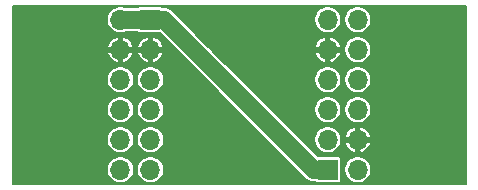
<source format=gbr>
%TF.GenerationSoftware,KiCad,Pcbnew,5.1.9+dfsg1-1~bpo10+1*%
%TF.CreationDate,2022-12-11T19:13:10+01:00*%
%TF.ProjectId,PI2PMODSPI,50493250-4d4f-4445-9350-492e6b696361,rev?*%
%TF.SameCoordinates,Original*%
%TF.FileFunction,Copper,L2,Bot*%
%TF.FilePolarity,Positive*%
%FSLAX46Y46*%
G04 Gerber Fmt 4.6, Leading zero omitted, Abs format (unit mm)*
G04 Created by KiCad (PCBNEW 5.1.9+dfsg1-1~bpo10+1) date 2022-12-11 19:13:10*
%MOMM*%
%LPD*%
G01*
G04 APERTURE LIST*
%TA.AperFunction,ComponentPad*%
%ADD10O,1.700000X1.700000*%
%TD*%
%TA.AperFunction,ComponentPad*%
%ADD11R,1.700000X1.700000*%
%TD*%
%TA.AperFunction,Conductor*%
%ADD12C,1.500000*%
%TD*%
%TA.AperFunction,Conductor*%
%ADD13C,0.200000*%
%TD*%
%TA.AperFunction,Conductor*%
%ADD14C,0.100000*%
%TD*%
G04 APERTURE END LIST*
D10*
%TO.P,J2,12*%
%TO.N,Net-(J2-Pad12)*%
X117540000Y-50000000D03*
%TO.P,J2,11*%
%TO.N,Net-(J2-Pad11)*%
X115000000Y-50000000D03*
%TO.P,J2,10*%
%TO.N,Net-(J2-Pad10)*%
X117540000Y-52540000D03*
%TO.P,J2,9*%
%TO.N,GND*%
X115000000Y-52540000D03*
%TO.P,J2,8*%
%TO.N,FLASH_CSn*%
X117540000Y-55080000D03*
%TO.P,J2,7*%
%TO.N,FLASH_SCLK*%
X115000000Y-55080000D03*
%TO.P,J2,6*%
%TO.N,Net-(J2-Pad6)*%
X117540000Y-57620000D03*
%TO.P,J2,5*%
%TO.N,FLASH_SIO1_SO*%
X115000000Y-57620000D03*
%TO.P,J2,4*%
%TO.N,GND*%
X117540000Y-60160000D03*
%TO.P,J2,3*%
%TO.N,FLASH_SIO0_SI*%
X115000000Y-60160000D03*
%TO.P,J2,2*%
%TO.N,Net-(J2-Pad2)*%
X117540000Y-62700000D03*
D11*
%TO.P,J2,1*%
%TO.N,+3V3*%
X115000000Y-62700000D03*
%TD*%
%TO.P,J1,1*%
%TO.N,+3V3*%
X100000000Y-50000000D03*
D10*
%TO.P,J1,2*%
X97460000Y-50000000D03*
%TO.P,J1,3*%
%TO.N,GND*%
X100000000Y-52540000D03*
%TO.P,J1,4*%
X97460000Y-52540000D03*
%TO.P,J1,5*%
%TO.N,Net-(J1-Pad5)*%
X100000000Y-55080000D03*
%TO.P,J1,6*%
%TO.N,Net-(J1-Pad6)*%
X97460000Y-55080000D03*
%TO.P,J1,7*%
%TO.N,FLASH_CSn*%
X100000000Y-57620000D03*
%TO.P,J1,8*%
%TO.N,FLASH_SIO3_HOLD*%
X97460000Y-57620000D03*
%TO.P,J1,9*%
%TO.N,FLASH_SIO1_SO*%
X100000000Y-60160000D03*
%TO.P,J1,10*%
%TO.N,FLASH_SCLK*%
X97460000Y-60160000D03*
%TO.P,J1,11*%
%TO.N,FLASH_SIO2_WP*%
X100000000Y-62700000D03*
%TO.P,J1,12*%
%TO.N,FLASH_SIO0_SI*%
X97460000Y-62700000D03*
%TD*%
D12*
%TO.N,+3V3*%
X97460000Y-50000000D02*
X100000000Y-50000000D01*
X115000000Y-62700000D02*
X113820000Y-62700000D01*
X101120000Y-50000000D02*
X100000000Y-50000000D01*
X113820000Y-62700000D02*
X101120000Y-50000000D01*
%TD*%
D13*
%TO.N,GND*%
X126675001Y-63937000D02*
X88325000Y-63937000D01*
X88325000Y-62586735D01*
X96310000Y-62586735D01*
X96310000Y-62813265D01*
X96354194Y-63035443D01*
X96440884Y-63244729D01*
X96566737Y-63433082D01*
X96726918Y-63593263D01*
X96915271Y-63719116D01*
X97124557Y-63805806D01*
X97346735Y-63850000D01*
X97573265Y-63850000D01*
X97795443Y-63805806D01*
X98004729Y-63719116D01*
X98193082Y-63593263D01*
X98353263Y-63433082D01*
X98479116Y-63244729D01*
X98565806Y-63035443D01*
X98610000Y-62813265D01*
X98610000Y-62586735D01*
X98850000Y-62586735D01*
X98850000Y-62813265D01*
X98894194Y-63035443D01*
X98980884Y-63244729D01*
X99106737Y-63433082D01*
X99266918Y-63593263D01*
X99455271Y-63719116D01*
X99664557Y-63805806D01*
X99886735Y-63850000D01*
X100113265Y-63850000D01*
X100335443Y-63805806D01*
X100544729Y-63719116D01*
X100733082Y-63593263D01*
X100893263Y-63433082D01*
X101019116Y-63244729D01*
X101105806Y-63035443D01*
X101150000Y-62813265D01*
X101150000Y-62586735D01*
X101105806Y-62364557D01*
X101019116Y-62155271D01*
X100893263Y-61966918D01*
X100733082Y-61806737D01*
X100544729Y-61680884D01*
X100335443Y-61594194D01*
X100113265Y-61550000D01*
X99886735Y-61550000D01*
X99664557Y-61594194D01*
X99455271Y-61680884D01*
X99266918Y-61806737D01*
X99106737Y-61966918D01*
X98980884Y-62155271D01*
X98894194Y-62364557D01*
X98850000Y-62586735D01*
X98610000Y-62586735D01*
X98565806Y-62364557D01*
X98479116Y-62155271D01*
X98353263Y-61966918D01*
X98193082Y-61806737D01*
X98004729Y-61680884D01*
X97795443Y-61594194D01*
X97573265Y-61550000D01*
X97346735Y-61550000D01*
X97124557Y-61594194D01*
X96915271Y-61680884D01*
X96726918Y-61806737D01*
X96566737Y-61966918D01*
X96440884Y-62155271D01*
X96354194Y-62364557D01*
X96310000Y-62586735D01*
X88325000Y-62586735D01*
X88325000Y-60046735D01*
X96310000Y-60046735D01*
X96310000Y-60273265D01*
X96354194Y-60495443D01*
X96440884Y-60704729D01*
X96566737Y-60893082D01*
X96726918Y-61053263D01*
X96915271Y-61179116D01*
X97124557Y-61265806D01*
X97346735Y-61310000D01*
X97573265Y-61310000D01*
X97795443Y-61265806D01*
X98004729Y-61179116D01*
X98193082Y-61053263D01*
X98353263Y-60893082D01*
X98479116Y-60704729D01*
X98565806Y-60495443D01*
X98610000Y-60273265D01*
X98610000Y-60046735D01*
X98850000Y-60046735D01*
X98850000Y-60273265D01*
X98894194Y-60495443D01*
X98980884Y-60704729D01*
X99106737Y-60893082D01*
X99266918Y-61053263D01*
X99455271Y-61179116D01*
X99664557Y-61265806D01*
X99886735Y-61310000D01*
X100113265Y-61310000D01*
X100335443Y-61265806D01*
X100544729Y-61179116D01*
X100733082Y-61053263D01*
X100893263Y-60893082D01*
X101019116Y-60704729D01*
X101105806Y-60495443D01*
X101150000Y-60273265D01*
X101150000Y-60046735D01*
X101105806Y-59824557D01*
X101019116Y-59615271D01*
X100893263Y-59426918D01*
X100733082Y-59266737D01*
X100544729Y-59140884D01*
X100335443Y-59054194D01*
X100113265Y-59010000D01*
X99886735Y-59010000D01*
X99664557Y-59054194D01*
X99455271Y-59140884D01*
X99266918Y-59266737D01*
X99106737Y-59426918D01*
X98980884Y-59615271D01*
X98894194Y-59824557D01*
X98850000Y-60046735D01*
X98610000Y-60046735D01*
X98565806Y-59824557D01*
X98479116Y-59615271D01*
X98353263Y-59426918D01*
X98193082Y-59266737D01*
X98004729Y-59140884D01*
X97795443Y-59054194D01*
X97573265Y-59010000D01*
X97346735Y-59010000D01*
X97124557Y-59054194D01*
X96915271Y-59140884D01*
X96726918Y-59266737D01*
X96566737Y-59426918D01*
X96440884Y-59615271D01*
X96354194Y-59824557D01*
X96310000Y-60046735D01*
X88325000Y-60046735D01*
X88325000Y-57506735D01*
X96310000Y-57506735D01*
X96310000Y-57733265D01*
X96354194Y-57955443D01*
X96440884Y-58164729D01*
X96566737Y-58353082D01*
X96726918Y-58513263D01*
X96915271Y-58639116D01*
X97124557Y-58725806D01*
X97346735Y-58770000D01*
X97573265Y-58770000D01*
X97795443Y-58725806D01*
X98004729Y-58639116D01*
X98193082Y-58513263D01*
X98353263Y-58353082D01*
X98479116Y-58164729D01*
X98565806Y-57955443D01*
X98610000Y-57733265D01*
X98610000Y-57506735D01*
X98850000Y-57506735D01*
X98850000Y-57733265D01*
X98894194Y-57955443D01*
X98980884Y-58164729D01*
X99106737Y-58353082D01*
X99266918Y-58513263D01*
X99455271Y-58639116D01*
X99664557Y-58725806D01*
X99886735Y-58770000D01*
X100113265Y-58770000D01*
X100335443Y-58725806D01*
X100544729Y-58639116D01*
X100733082Y-58513263D01*
X100893263Y-58353082D01*
X101019116Y-58164729D01*
X101105806Y-57955443D01*
X101150000Y-57733265D01*
X101150000Y-57506735D01*
X101105806Y-57284557D01*
X101019116Y-57075271D01*
X100893263Y-56886918D01*
X100733082Y-56726737D01*
X100544729Y-56600884D01*
X100335443Y-56514194D01*
X100113265Y-56470000D01*
X99886735Y-56470000D01*
X99664557Y-56514194D01*
X99455271Y-56600884D01*
X99266918Y-56726737D01*
X99106737Y-56886918D01*
X98980884Y-57075271D01*
X98894194Y-57284557D01*
X98850000Y-57506735D01*
X98610000Y-57506735D01*
X98565806Y-57284557D01*
X98479116Y-57075271D01*
X98353263Y-56886918D01*
X98193082Y-56726737D01*
X98004729Y-56600884D01*
X97795443Y-56514194D01*
X97573265Y-56470000D01*
X97346735Y-56470000D01*
X97124557Y-56514194D01*
X96915271Y-56600884D01*
X96726918Y-56726737D01*
X96566737Y-56886918D01*
X96440884Y-57075271D01*
X96354194Y-57284557D01*
X96310000Y-57506735D01*
X88325000Y-57506735D01*
X88325000Y-54966735D01*
X96310000Y-54966735D01*
X96310000Y-55193265D01*
X96354194Y-55415443D01*
X96440884Y-55624729D01*
X96566737Y-55813082D01*
X96726918Y-55973263D01*
X96915271Y-56099116D01*
X97124557Y-56185806D01*
X97346735Y-56230000D01*
X97573265Y-56230000D01*
X97795443Y-56185806D01*
X98004729Y-56099116D01*
X98193082Y-55973263D01*
X98353263Y-55813082D01*
X98479116Y-55624729D01*
X98565806Y-55415443D01*
X98610000Y-55193265D01*
X98610000Y-54966735D01*
X98850000Y-54966735D01*
X98850000Y-55193265D01*
X98894194Y-55415443D01*
X98980884Y-55624729D01*
X99106737Y-55813082D01*
X99266918Y-55973263D01*
X99455271Y-56099116D01*
X99664557Y-56185806D01*
X99886735Y-56230000D01*
X100113265Y-56230000D01*
X100335443Y-56185806D01*
X100544729Y-56099116D01*
X100733082Y-55973263D01*
X100893263Y-55813082D01*
X101019116Y-55624729D01*
X101105806Y-55415443D01*
X101150000Y-55193265D01*
X101150000Y-54966735D01*
X101105806Y-54744557D01*
X101019116Y-54535271D01*
X100893263Y-54346918D01*
X100733082Y-54186737D01*
X100544729Y-54060884D01*
X100335443Y-53974194D01*
X100113265Y-53930000D01*
X99886735Y-53930000D01*
X99664557Y-53974194D01*
X99455271Y-54060884D01*
X99266918Y-54186737D01*
X99106737Y-54346918D01*
X98980884Y-54535271D01*
X98894194Y-54744557D01*
X98850000Y-54966735D01*
X98610000Y-54966735D01*
X98565806Y-54744557D01*
X98479116Y-54535271D01*
X98353263Y-54346918D01*
X98193082Y-54186737D01*
X98004729Y-54060884D01*
X97795443Y-53974194D01*
X97573265Y-53930000D01*
X97346735Y-53930000D01*
X97124557Y-53974194D01*
X96915271Y-54060884D01*
X96726918Y-54186737D01*
X96566737Y-54346918D01*
X96440884Y-54535271D01*
X96354194Y-54744557D01*
X96310000Y-54966735D01*
X88325000Y-54966735D01*
X88325000Y-52870383D01*
X96358480Y-52870383D01*
X96360561Y-52877272D01*
X96447485Y-53085281D01*
X96573319Y-53272336D01*
X96733228Y-53431247D01*
X96921066Y-53555908D01*
X97129615Y-53641528D01*
X97306000Y-53604650D01*
X97306000Y-52694000D01*
X97614000Y-52694000D01*
X97614000Y-53604650D01*
X97790385Y-53641528D01*
X97998934Y-53555908D01*
X98186772Y-53431247D01*
X98346681Y-53272336D01*
X98472515Y-53085281D01*
X98559439Y-52877272D01*
X98561520Y-52870383D01*
X98898480Y-52870383D01*
X98900561Y-52877272D01*
X98987485Y-53085281D01*
X99113319Y-53272336D01*
X99273228Y-53431247D01*
X99461066Y-53555908D01*
X99669615Y-53641528D01*
X99846000Y-53604650D01*
X99846000Y-52694000D01*
X100154000Y-52694000D01*
X100154000Y-53604650D01*
X100330385Y-53641528D01*
X100538934Y-53555908D01*
X100726772Y-53431247D01*
X100886681Y-53272336D01*
X101012515Y-53085281D01*
X101099439Y-52877272D01*
X101101520Y-52870383D01*
X101063912Y-52694000D01*
X100154000Y-52694000D01*
X99846000Y-52694000D01*
X98936088Y-52694000D01*
X98898480Y-52870383D01*
X98561520Y-52870383D01*
X98523912Y-52694000D01*
X97614000Y-52694000D01*
X97306000Y-52694000D01*
X96396088Y-52694000D01*
X96358480Y-52870383D01*
X88325000Y-52870383D01*
X88325000Y-52209617D01*
X96358480Y-52209617D01*
X96396088Y-52386000D01*
X97306000Y-52386000D01*
X97306000Y-51475350D01*
X97614000Y-51475350D01*
X97614000Y-52386000D01*
X98523912Y-52386000D01*
X98561520Y-52209617D01*
X98898480Y-52209617D01*
X98936088Y-52386000D01*
X99846000Y-52386000D01*
X99846000Y-51475350D01*
X100154000Y-51475350D01*
X100154000Y-52386000D01*
X101063912Y-52386000D01*
X101101520Y-52209617D01*
X101099439Y-52202728D01*
X101012515Y-51994719D01*
X100886681Y-51807664D01*
X100726772Y-51648753D01*
X100538934Y-51524092D01*
X100330385Y-51438472D01*
X100154000Y-51475350D01*
X99846000Y-51475350D01*
X99669615Y-51438472D01*
X99461066Y-51524092D01*
X99273228Y-51648753D01*
X99113319Y-51807664D01*
X98987485Y-51994719D01*
X98900561Y-52202728D01*
X98898480Y-52209617D01*
X98561520Y-52209617D01*
X98559439Y-52202728D01*
X98472515Y-51994719D01*
X98346681Y-51807664D01*
X98186772Y-51648753D01*
X97998934Y-51524092D01*
X97790385Y-51438472D01*
X97614000Y-51475350D01*
X97306000Y-51475350D01*
X97129615Y-51438472D01*
X96921066Y-51524092D01*
X96733228Y-51648753D01*
X96573319Y-51807664D01*
X96447485Y-51994719D01*
X96360561Y-52202728D01*
X96358480Y-52209617D01*
X88325000Y-52209617D01*
X88325000Y-49886735D01*
X96310000Y-49886735D01*
X96310000Y-50113265D01*
X96354194Y-50335443D01*
X96440884Y-50544729D01*
X96566737Y-50733082D01*
X96726918Y-50893263D01*
X96915271Y-51019116D01*
X97124557Y-51105806D01*
X97346735Y-51150000D01*
X97573265Y-51150000D01*
X97795443Y-51105806D01*
X97930169Y-51050000D01*
X98926044Y-51050000D01*
X98936842Y-51063158D01*
X98982523Y-51100647D01*
X99034640Y-51128504D01*
X99091190Y-51145659D01*
X99150000Y-51151451D01*
X100786528Y-51151451D01*
X113041072Y-63405997D01*
X113073946Y-63446054D01*
X113114003Y-63478928D01*
X113114008Y-63478933D01*
X113200604Y-63550000D01*
X113233829Y-63577267D01*
X113416238Y-63674767D01*
X113614164Y-63734807D01*
X113768422Y-63750000D01*
X113768431Y-63750000D01*
X113819999Y-63755079D01*
X113871567Y-63750000D01*
X113926044Y-63750000D01*
X113936842Y-63763158D01*
X113982523Y-63800647D01*
X114034640Y-63828504D01*
X114091190Y-63845659D01*
X114150000Y-63851451D01*
X115850000Y-63851451D01*
X115908810Y-63845659D01*
X115965360Y-63828504D01*
X116017477Y-63800647D01*
X116063158Y-63763158D01*
X116100647Y-63717477D01*
X116128504Y-63665360D01*
X116145659Y-63608810D01*
X116151451Y-63550000D01*
X116151451Y-62586735D01*
X116390000Y-62586735D01*
X116390000Y-62813265D01*
X116434194Y-63035443D01*
X116520884Y-63244729D01*
X116646737Y-63433082D01*
X116806918Y-63593263D01*
X116995271Y-63719116D01*
X117204557Y-63805806D01*
X117426735Y-63850000D01*
X117653265Y-63850000D01*
X117875443Y-63805806D01*
X118084729Y-63719116D01*
X118273082Y-63593263D01*
X118433263Y-63433082D01*
X118559116Y-63244729D01*
X118645806Y-63035443D01*
X118690000Y-62813265D01*
X118690000Y-62586735D01*
X118645806Y-62364557D01*
X118559116Y-62155271D01*
X118433263Y-61966918D01*
X118273082Y-61806737D01*
X118084729Y-61680884D01*
X117875443Y-61594194D01*
X117653265Y-61550000D01*
X117426735Y-61550000D01*
X117204557Y-61594194D01*
X116995271Y-61680884D01*
X116806918Y-61806737D01*
X116646737Y-61966918D01*
X116520884Y-62155271D01*
X116434194Y-62364557D01*
X116390000Y-62586735D01*
X116151451Y-62586735D01*
X116151451Y-61850000D01*
X116145659Y-61791190D01*
X116128504Y-61734640D01*
X116100647Y-61682523D01*
X116063158Y-61636842D01*
X116017477Y-61599353D01*
X115965360Y-61571496D01*
X115908810Y-61554341D01*
X115850000Y-61548549D01*
X114153474Y-61548549D01*
X112651660Y-60046735D01*
X113850000Y-60046735D01*
X113850000Y-60273265D01*
X113894194Y-60495443D01*
X113980884Y-60704729D01*
X114106737Y-60893082D01*
X114266918Y-61053263D01*
X114455271Y-61179116D01*
X114664557Y-61265806D01*
X114886735Y-61310000D01*
X115113265Y-61310000D01*
X115335443Y-61265806D01*
X115544729Y-61179116D01*
X115733082Y-61053263D01*
X115893263Y-60893082D01*
X116019116Y-60704729D01*
X116105806Y-60495443D01*
X116106812Y-60490383D01*
X116438480Y-60490383D01*
X116440561Y-60497272D01*
X116527485Y-60705281D01*
X116653319Y-60892336D01*
X116813228Y-61051247D01*
X117001066Y-61175908D01*
X117209615Y-61261528D01*
X117386000Y-61224650D01*
X117386000Y-60314000D01*
X117694000Y-60314000D01*
X117694000Y-61224650D01*
X117870385Y-61261528D01*
X118078934Y-61175908D01*
X118266772Y-61051247D01*
X118426681Y-60892336D01*
X118552515Y-60705281D01*
X118639439Y-60497272D01*
X118641520Y-60490383D01*
X118603912Y-60314000D01*
X117694000Y-60314000D01*
X117386000Y-60314000D01*
X116476088Y-60314000D01*
X116438480Y-60490383D01*
X116106812Y-60490383D01*
X116150000Y-60273265D01*
X116150000Y-60046735D01*
X116106813Y-59829617D01*
X116438480Y-59829617D01*
X116476088Y-60006000D01*
X117386000Y-60006000D01*
X117386000Y-59095350D01*
X117694000Y-59095350D01*
X117694000Y-60006000D01*
X118603912Y-60006000D01*
X118641520Y-59829617D01*
X118639439Y-59822728D01*
X118552515Y-59614719D01*
X118426681Y-59427664D01*
X118266772Y-59268753D01*
X118078934Y-59144092D01*
X117870385Y-59058472D01*
X117694000Y-59095350D01*
X117386000Y-59095350D01*
X117209615Y-59058472D01*
X117001066Y-59144092D01*
X116813228Y-59268753D01*
X116653319Y-59427664D01*
X116527485Y-59614719D01*
X116440561Y-59822728D01*
X116438480Y-59829617D01*
X116106813Y-59829617D01*
X116105806Y-59824557D01*
X116019116Y-59615271D01*
X115893263Y-59426918D01*
X115733082Y-59266737D01*
X115544729Y-59140884D01*
X115335443Y-59054194D01*
X115113265Y-59010000D01*
X114886735Y-59010000D01*
X114664557Y-59054194D01*
X114455271Y-59140884D01*
X114266918Y-59266737D01*
X114106737Y-59426918D01*
X113980884Y-59615271D01*
X113894194Y-59824557D01*
X113850000Y-60046735D01*
X112651660Y-60046735D01*
X110111660Y-57506735D01*
X113850000Y-57506735D01*
X113850000Y-57733265D01*
X113894194Y-57955443D01*
X113980884Y-58164729D01*
X114106737Y-58353082D01*
X114266918Y-58513263D01*
X114455271Y-58639116D01*
X114664557Y-58725806D01*
X114886735Y-58770000D01*
X115113265Y-58770000D01*
X115335443Y-58725806D01*
X115544729Y-58639116D01*
X115733082Y-58513263D01*
X115893263Y-58353082D01*
X116019116Y-58164729D01*
X116105806Y-57955443D01*
X116150000Y-57733265D01*
X116150000Y-57506735D01*
X116390000Y-57506735D01*
X116390000Y-57733265D01*
X116434194Y-57955443D01*
X116520884Y-58164729D01*
X116646737Y-58353082D01*
X116806918Y-58513263D01*
X116995271Y-58639116D01*
X117204557Y-58725806D01*
X117426735Y-58770000D01*
X117653265Y-58770000D01*
X117875443Y-58725806D01*
X118084729Y-58639116D01*
X118273082Y-58513263D01*
X118433263Y-58353082D01*
X118559116Y-58164729D01*
X118645806Y-57955443D01*
X118690000Y-57733265D01*
X118690000Y-57506735D01*
X118645806Y-57284557D01*
X118559116Y-57075271D01*
X118433263Y-56886918D01*
X118273082Y-56726737D01*
X118084729Y-56600884D01*
X117875443Y-56514194D01*
X117653265Y-56470000D01*
X117426735Y-56470000D01*
X117204557Y-56514194D01*
X116995271Y-56600884D01*
X116806918Y-56726737D01*
X116646737Y-56886918D01*
X116520884Y-57075271D01*
X116434194Y-57284557D01*
X116390000Y-57506735D01*
X116150000Y-57506735D01*
X116105806Y-57284557D01*
X116019116Y-57075271D01*
X115893263Y-56886918D01*
X115733082Y-56726737D01*
X115544729Y-56600884D01*
X115335443Y-56514194D01*
X115113265Y-56470000D01*
X114886735Y-56470000D01*
X114664557Y-56514194D01*
X114455271Y-56600884D01*
X114266918Y-56726737D01*
X114106737Y-56886918D01*
X113980884Y-57075271D01*
X113894194Y-57284557D01*
X113850000Y-57506735D01*
X110111660Y-57506735D01*
X107571660Y-54966735D01*
X113850000Y-54966735D01*
X113850000Y-55193265D01*
X113894194Y-55415443D01*
X113980884Y-55624729D01*
X114106737Y-55813082D01*
X114266918Y-55973263D01*
X114455271Y-56099116D01*
X114664557Y-56185806D01*
X114886735Y-56230000D01*
X115113265Y-56230000D01*
X115335443Y-56185806D01*
X115544729Y-56099116D01*
X115733082Y-55973263D01*
X115893263Y-55813082D01*
X116019116Y-55624729D01*
X116105806Y-55415443D01*
X116150000Y-55193265D01*
X116150000Y-54966735D01*
X116390000Y-54966735D01*
X116390000Y-55193265D01*
X116434194Y-55415443D01*
X116520884Y-55624729D01*
X116646737Y-55813082D01*
X116806918Y-55973263D01*
X116995271Y-56099116D01*
X117204557Y-56185806D01*
X117426735Y-56230000D01*
X117653265Y-56230000D01*
X117875443Y-56185806D01*
X118084729Y-56099116D01*
X118273082Y-55973263D01*
X118433263Y-55813082D01*
X118559116Y-55624729D01*
X118645806Y-55415443D01*
X118690000Y-55193265D01*
X118690000Y-54966735D01*
X118645806Y-54744557D01*
X118559116Y-54535271D01*
X118433263Y-54346918D01*
X118273082Y-54186737D01*
X118084729Y-54060884D01*
X117875443Y-53974194D01*
X117653265Y-53930000D01*
X117426735Y-53930000D01*
X117204557Y-53974194D01*
X116995271Y-54060884D01*
X116806918Y-54186737D01*
X116646737Y-54346918D01*
X116520884Y-54535271D01*
X116434194Y-54744557D01*
X116390000Y-54966735D01*
X116150000Y-54966735D01*
X116105806Y-54744557D01*
X116019116Y-54535271D01*
X115893263Y-54346918D01*
X115733082Y-54186737D01*
X115544729Y-54060884D01*
X115335443Y-53974194D01*
X115113265Y-53930000D01*
X114886735Y-53930000D01*
X114664557Y-53974194D01*
X114455271Y-54060884D01*
X114266918Y-54186737D01*
X114106737Y-54346918D01*
X113980884Y-54535271D01*
X113894194Y-54744557D01*
X113850000Y-54966735D01*
X107571660Y-54966735D01*
X105475308Y-52870383D01*
X113898480Y-52870383D01*
X113900561Y-52877272D01*
X113987485Y-53085281D01*
X114113319Y-53272336D01*
X114273228Y-53431247D01*
X114461066Y-53555908D01*
X114669615Y-53641528D01*
X114846000Y-53604650D01*
X114846000Y-52694000D01*
X115154000Y-52694000D01*
X115154000Y-53604650D01*
X115330385Y-53641528D01*
X115538934Y-53555908D01*
X115726772Y-53431247D01*
X115886681Y-53272336D01*
X116012515Y-53085281D01*
X116099439Y-52877272D01*
X116101520Y-52870383D01*
X116063912Y-52694000D01*
X115154000Y-52694000D01*
X114846000Y-52694000D01*
X113936088Y-52694000D01*
X113898480Y-52870383D01*
X105475308Y-52870383D01*
X105031660Y-52426735D01*
X116390000Y-52426735D01*
X116390000Y-52653265D01*
X116434194Y-52875443D01*
X116520884Y-53084729D01*
X116646737Y-53273082D01*
X116806918Y-53433263D01*
X116995271Y-53559116D01*
X117204557Y-53645806D01*
X117426735Y-53690000D01*
X117653265Y-53690000D01*
X117875443Y-53645806D01*
X118084729Y-53559116D01*
X118273082Y-53433263D01*
X118433263Y-53273082D01*
X118559116Y-53084729D01*
X118645806Y-52875443D01*
X118690000Y-52653265D01*
X118690000Y-52426735D01*
X118645806Y-52204557D01*
X118559116Y-51995271D01*
X118433263Y-51806918D01*
X118273082Y-51646737D01*
X118084729Y-51520884D01*
X117875443Y-51434194D01*
X117653265Y-51390000D01*
X117426735Y-51390000D01*
X117204557Y-51434194D01*
X116995271Y-51520884D01*
X116806918Y-51646737D01*
X116646737Y-51806918D01*
X116520884Y-51995271D01*
X116434194Y-52204557D01*
X116390000Y-52426735D01*
X105031660Y-52426735D01*
X104814542Y-52209617D01*
X113898480Y-52209617D01*
X113936088Y-52386000D01*
X114846000Y-52386000D01*
X114846000Y-51475350D01*
X115154000Y-51475350D01*
X115154000Y-52386000D01*
X116063912Y-52386000D01*
X116101520Y-52209617D01*
X116099439Y-52202728D01*
X116012515Y-51994719D01*
X115886681Y-51807664D01*
X115726772Y-51648753D01*
X115538934Y-51524092D01*
X115330385Y-51438472D01*
X115154000Y-51475350D01*
X114846000Y-51475350D01*
X114669615Y-51438472D01*
X114461066Y-51524092D01*
X114273228Y-51648753D01*
X114113319Y-51807664D01*
X113987485Y-51994719D01*
X113900561Y-52202728D01*
X113898480Y-52209617D01*
X104814542Y-52209617D01*
X102491659Y-49886735D01*
X113850000Y-49886735D01*
X113850000Y-50113265D01*
X113894194Y-50335443D01*
X113980884Y-50544729D01*
X114106737Y-50733082D01*
X114266918Y-50893263D01*
X114455271Y-51019116D01*
X114664557Y-51105806D01*
X114886735Y-51150000D01*
X115113265Y-51150000D01*
X115335443Y-51105806D01*
X115544729Y-51019116D01*
X115733082Y-50893263D01*
X115893263Y-50733082D01*
X116019116Y-50544729D01*
X116105806Y-50335443D01*
X116150000Y-50113265D01*
X116150000Y-49886735D01*
X116390000Y-49886735D01*
X116390000Y-50113265D01*
X116434194Y-50335443D01*
X116520884Y-50544729D01*
X116646737Y-50733082D01*
X116806918Y-50893263D01*
X116995271Y-51019116D01*
X117204557Y-51105806D01*
X117426735Y-51150000D01*
X117653265Y-51150000D01*
X117875443Y-51105806D01*
X118084729Y-51019116D01*
X118273082Y-50893263D01*
X118433263Y-50733082D01*
X118559116Y-50544729D01*
X118645806Y-50335443D01*
X118690000Y-50113265D01*
X118690000Y-49886735D01*
X118645806Y-49664557D01*
X118559116Y-49455271D01*
X118433263Y-49266918D01*
X118273082Y-49106737D01*
X118084729Y-48980884D01*
X117875443Y-48894194D01*
X117653265Y-48850000D01*
X117426735Y-48850000D01*
X117204557Y-48894194D01*
X116995271Y-48980884D01*
X116806918Y-49106737D01*
X116646737Y-49266918D01*
X116520884Y-49455271D01*
X116434194Y-49664557D01*
X116390000Y-49886735D01*
X116150000Y-49886735D01*
X116105806Y-49664557D01*
X116019116Y-49455271D01*
X115893263Y-49266918D01*
X115733082Y-49106737D01*
X115544729Y-48980884D01*
X115335443Y-48894194D01*
X115113265Y-48850000D01*
X114886735Y-48850000D01*
X114664557Y-48894194D01*
X114455271Y-48980884D01*
X114266918Y-49106737D01*
X114106737Y-49266918D01*
X113980884Y-49455271D01*
X113894194Y-49664557D01*
X113850000Y-49886735D01*
X102491659Y-49886735D01*
X101898937Y-49294014D01*
X101866054Y-49253946D01*
X101706171Y-49122733D01*
X101523762Y-49025233D01*
X101325836Y-48965193D01*
X101171578Y-48950000D01*
X101171568Y-48950000D01*
X101120000Y-48944921D01*
X101073543Y-48949497D01*
X101063158Y-48936842D01*
X101017477Y-48899353D01*
X100965360Y-48871496D01*
X100908810Y-48854341D01*
X100850000Y-48848549D01*
X99150000Y-48848549D01*
X99091190Y-48854341D01*
X99034640Y-48871496D01*
X98982523Y-48899353D01*
X98936842Y-48936842D01*
X98926044Y-48950000D01*
X97930169Y-48950000D01*
X97795443Y-48894194D01*
X97573265Y-48850000D01*
X97346735Y-48850000D01*
X97124557Y-48894194D01*
X96915271Y-48980884D01*
X96726918Y-49106737D01*
X96566737Y-49266918D01*
X96440884Y-49455271D01*
X96354194Y-49664557D01*
X96310000Y-49886735D01*
X88325000Y-49886735D01*
X88325000Y-48839000D01*
X126675000Y-48839000D01*
X126675001Y-63937000D01*
%TA.AperFunction,Conductor*%
D14*
G36*
X126675001Y-63937000D02*
G01*
X88325000Y-63937000D01*
X88325000Y-62586735D01*
X96310000Y-62586735D01*
X96310000Y-62813265D01*
X96354194Y-63035443D01*
X96440884Y-63244729D01*
X96566737Y-63433082D01*
X96726918Y-63593263D01*
X96915271Y-63719116D01*
X97124557Y-63805806D01*
X97346735Y-63850000D01*
X97573265Y-63850000D01*
X97795443Y-63805806D01*
X98004729Y-63719116D01*
X98193082Y-63593263D01*
X98353263Y-63433082D01*
X98479116Y-63244729D01*
X98565806Y-63035443D01*
X98610000Y-62813265D01*
X98610000Y-62586735D01*
X98850000Y-62586735D01*
X98850000Y-62813265D01*
X98894194Y-63035443D01*
X98980884Y-63244729D01*
X99106737Y-63433082D01*
X99266918Y-63593263D01*
X99455271Y-63719116D01*
X99664557Y-63805806D01*
X99886735Y-63850000D01*
X100113265Y-63850000D01*
X100335443Y-63805806D01*
X100544729Y-63719116D01*
X100733082Y-63593263D01*
X100893263Y-63433082D01*
X101019116Y-63244729D01*
X101105806Y-63035443D01*
X101150000Y-62813265D01*
X101150000Y-62586735D01*
X101105806Y-62364557D01*
X101019116Y-62155271D01*
X100893263Y-61966918D01*
X100733082Y-61806737D01*
X100544729Y-61680884D01*
X100335443Y-61594194D01*
X100113265Y-61550000D01*
X99886735Y-61550000D01*
X99664557Y-61594194D01*
X99455271Y-61680884D01*
X99266918Y-61806737D01*
X99106737Y-61966918D01*
X98980884Y-62155271D01*
X98894194Y-62364557D01*
X98850000Y-62586735D01*
X98610000Y-62586735D01*
X98565806Y-62364557D01*
X98479116Y-62155271D01*
X98353263Y-61966918D01*
X98193082Y-61806737D01*
X98004729Y-61680884D01*
X97795443Y-61594194D01*
X97573265Y-61550000D01*
X97346735Y-61550000D01*
X97124557Y-61594194D01*
X96915271Y-61680884D01*
X96726918Y-61806737D01*
X96566737Y-61966918D01*
X96440884Y-62155271D01*
X96354194Y-62364557D01*
X96310000Y-62586735D01*
X88325000Y-62586735D01*
X88325000Y-60046735D01*
X96310000Y-60046735D01*
X96310000Y-60273265D01*
X96354194Y-60495443D01*
X96440884Y-60704729D01*
X96566737Y-60893082D01*
X96726918Y-61053263D01*
X96915271Y-61179116D01*
X97124557Y-61265806D01*
X97346735Y-61310000D01*
X97573265Y-61310000D01*
X97795443Y-61265806D01*
X98004729Y-61179116D01*
X98193082Y-61053263D01*
X98353263Y-60893082D01*
X98479116Y-60704729D01*
X98565806Y-60495443D01*
X98610000Y-60273265D01*
X98610000Y-60046735D01*
X98850000Y-60046735D01*
X98850000Y-60273265D01*
X98894194Y-60495443D01*
X98980884Y-60704729D01*
X99106737Y-60893082D01*
X99266918Y-61053263D01*
X99455271Y-61179116D01*
X99664557Y-61265806D01*
X99886735Y-61310000D01*
X100113265Y-61310000D01*
X100335443Y-61265806D01*
X100544729Y-61179116D01*
X100733082Y-61053263D01*
X100893263Y-60893082D01*
X101019116Y-60704729D01*
X101105806Y-60495443D01*
X101150000Y-60273265D01*
X101150000Y-60046735D01*
X101105806Y-59824557D01*
X101019116Y-59615271D01*
X100893263Y-59426918D01*
X100733082Y-59266737D01*
X100544729Y-59140884D01*
X100335443Y-59054194D01*
X100113265Y-59010000D01*
X99886735Y-59010000D01*
X99664557Y-59054194D01*
X99455271Y-59140884D01*
X99266918Y-59266737D01*
X99106737Y-59426918D01*
X98980884Y-59615271D01*
X98894194Y-59824557D01*
X98850000Y-60046735D01*
X98610000Y-60046735D01*
X98565806Y-59824557D01*
X98479116Y-59615271D01*
X98353263Y-59426918D01*
X98193082Y-59266737D01*
X98004729Y-59140884D01*
X97795443Y-59054194D01*
X97573265Y-59010000D01*
X97346735Y-59010000D01*
X97124557Y-59054194D01*
X96915271Y-59140884D01*
X96726918Y-59266737D01*
X96566737Y-59426918D01*
X96440884Y-59615271D01*
X96354194Y-59824557D01*
X96310000Y-60046735D01*
X88325000Y-60046735D01*
X88325000Y-57506735D01*
X96310000Y-57506735D01*
X96310000Y-57733265D01*
X96354194Y-57955443D01*
X96440884Y-58164729D01*
X96566737Y-58353082D01*
X96726918Y-58513263D01*
X96915271Y-58639116D01*
X97124557Y-58725806D01*
X97346735Y-58770000D01*
X97573265Y-58770000D01*
X97795443Y-58725806D01*
X98004729Y-58639116D01*
X98193082Y-58513263D01*
X98353263Y-58353082D01*
X98479116Y-58164729D01*
X98565806Y-57955443D01*
X98610000Y-57733265D01*
X98610000Y-57506735D01*
X98850000Y-57506735D01*
X98850000Y-57733265D01*
X98894194Y-57955443D01*
X98980884Y-58164729D01*
X99106737Y-58353082D01*
X99266918Y-58513263D01*
X99455271Y-58639116D01*
X99664557Y-58725806D01*
X99886735Y-58770000D01*
X100113265Y-58770000D01*
X100335443Y-58725806D01*
X100544729Y-58639116D01*
X100733082Y-58513263D01*
X100893263Y-58353082D01*
X101019116Y-58164729D01*
X101105806Y-57955443D01*
X101150000Y-57733265D01*
X101150000Y-57506735D01*
X101105806Y-57284557D01*
X101019116Y-57075271D01*
X100893263Y-56886918D01*
X100733082Y-56726737D01*
X100544729Y-56600884D01*
X100335443Y-56514194D01*
X100113265Y-56470000D01*
X99886735Y-56470000D01*
X99664557Y-56514194D01*
X99455271Y-56600884D01*
X99266918Y-56726737D01*
X99106737Y-56886918D01*
X98980884Y-57075271D01*
X98894194Y-57284557D01*
X98850000Y-57506735D01*
X98610000Y-57506735D01*
X98565806Y-57284557D01*
X98479116Y-57075271D01*
X98353263Y-56886918D01*
X98193082Y-56726737D01*
X98004729Y-56600884D01*
X97795443Y-56514194D01*
X97573265Y-56470000D01*
X97346735Y-56470000D01*
X97124557Y-56514194D01*
X96915271Y-56600884D01*
X96726918Y-56726737D01*
X96566737Y-56886918D01*
X96440884Y-57075271D01*
X96354194Y-57284557D01*
X96310000Y-57506735D01*
X88325000Y-57506735D01*
X88325000Y-54966735D01*
X96310000Y-54966735D01*
X96310000Y-55193265D01*
X96354194Y-55415443D01*
X96440884Y-55624729D01*
X96566737Y-55813082D01*
X96726918Y-55973263D01*
X96915271Y-56099116D01*
X97124557Y-56185806D01*
X97346735Y-56230000D01*
X97573265Y-56230000D01*
X97795443Y-56185806D01*
X98004729Y-56099116D01*
X98193082Y-55973263D01*
X98353263Y-55813082D01*
X98479116Y-55624729D01*
X98565806Y-55415443D01*
X98610000Y-55193265D01*
X98610000Y-54966735D01*
X98850000Y-54966735D01*
X98850000Y-55193265D01*
X98894194Y-55415443D01*
X98980884Y-55624729D01*
X99106737Y-55813082D01*
X99266918Y-55973263D01*
X99455271Y-56099116D01*
X99664557Y-56185806D01*
X99886735Y-56230000D01*
X100113265Y-56230000D01*
X100335443Y-56185806D01*
X100544729Y-56099116D01*
X100733082Y-55973263D01*
X100893263Y-55813082D01*
X101019116Y-55624729D01*
X101105806Y-55415443D01*
X101150000Y-55193265D01*
X101150000Y-54966735D01*
X101105806Y-54744557D01*
X101019116Y-54535271D01*
X100893263Y-54346918D01*
X100733082Y-54186737D01*
X100544729Y-54060884D01*
X100335443Y-53974194D01*
X100113265Y-53930000D01*
X99886735Y-53930000D01*
X99664557Y-53974194D01*
X99455271Y-54060884D01*
X99266918Y-54186737D01*
X99106737Y-54346918D01*
X98980884Y-54535271D01*
X98894194Y-54744557D01*
X98850000Y-54966735D01*
X98610000Y-54966735D01*
X98565806Y-54744557D01*
X98479116Y-54535271D01*
X98353263Y-54346918D01*
X98193082Y-54186737D01*
X98004729Y-54060884D01*
X97795443Y-53974194D01*
X97573265Y-53930000D01*
X97346735Y-53930000D01*
X97124557Y-53974194D01*
X96915271Y-54060884D01*
X96726918Y-54186737D01*
X96566737Y-54346918D01*
X96440884Y-54535271D01*
X96354194Y-54744557D01*
X96310000Y-54966735D01*
X88325000Y-54966735D01*
X88325000Y-52870383D01*
X96358480Y-52870383D01*
X96360561Y-52877272D01*
X96447485Y-53085281D01*
X96573319Y-53272336D01*
X96733228Y-53431247D01*
X96921066Y-53555908D01*
X97129615Y-53641528D01*
X97306000Y-53604650D01*
X97306000Y-52694000D01*
X97614000Y-52694000D01*
X97614000Y-53604650D01*
X97790385Y-53641528D01*
X97998934Y-53555908D01*
X98186772Y-53431247D01*
X98346681Y-53272336D01*
X98472515Y-53085281D01*
X98559439Y-52877272D01*
X98561520Y-52870383D01*
X98898480Y-52870383D01*
X98900561Y-52877272D01*
X98987485Y-53085281D01*
X99113319Y-53272336D01*
X99273228Y-53431247D01*
X99461066Y-53555908D01*
X99669615Y-53641528D01*
X99846000Y-53604650D01*
X99846000Y-52694000D01*
X100154000Y-52694000D01*
X100154000Y-53604650D01*
X100330385Y-53641528D01*
X100538934Y-53555908D01*
X100726772Y-53431247D01*
X100886681Y-53272336D01*
X101012515Y-53085281D01*
X101099439Y-52877272D01*
X101101520Y-52870383D01*
X101063912Y-52694000D01*
X100154000Y-52694000D01*
X99846000Y-52694000D01*
X98936088Y-52694000D01*
X98898480Y-52870383D01*
X98561520Y-52870383D01*
X98523912Y-52694000D01*
X97614000Y-52694000D01*
X97306000Y-52694000D01*
X96396088Y-52694000D01*
X96358480Y-52870383D01*
X88325000Y-52870383D01*
X88325000Y-52209617D01*
X96358480Y-52209617D01*
X96396088Y-52386000D01*
X97306000Y-52386000D01*
X97306000Y-51475350D01*
X97614000Y-51475350D01*
X97614000Y-52386000D01*
X98523912Y-52386000D01*
X98561520Y-52209617D01*
X98898480Y-52209617D01*
X98936088Y-52386000D01*
X99846000Y-52386000D01*
X99846000Y-51475350D01*
X100154000Y-51475350D01*
X100154000Y-52386000D01*
X101063912Y-52386000D01*
X101101520Y-52209617D01*
X101099439Y-52202728D01*
X101012515Y-51994719D01*
X100886681Y-51807664D01*
X100726772Y-51648753D01*
X100538934Y-51524092D01*
X100330385Y-51438472D01*
X100154000Y-51475350D01*
X99846000Y-51475350D01*
X99669615Y-51438472D01*
X99461066Y-51524092D01*
X99273228Y-51648753D01*
X99113319Y-51807664D01*
X98987485Y-51994719D01*
X98900561Y-52202728D01*
X98898480Y-52209617D01*
X98561520Y-52209617D01*
X98559439Y-52202728D01*
X98472515Y-51994719D01*
X98346681Y-51807664D01*
X98186772Y-51648753D01*
X97998934Y-51524092D01*
X97790385Y-51438472D01*
X97614000Y-51475350D01*
X97306000Y-51475350D01*
X97129615Y-51438472D01*
X96921066Y-51524092D01*
X96733228Y-51648753D01*
X96573319Y-51807664D01*
X96447485Y-51994719D01*
X96360561Y-52202728D01*
X96358480Y-52209617D01*
X88325000Y-52209617D01*
X88325000Y-49886735D01*
X96310000Y-49886735D01*
X96310000Y-50113265D01*
X96354194Y-50335443D01*
X96440884Y-50544729D01*
X96566737Y-50733082D01*
X96726918Y-50893263D01*
X96915271Y-51019116D01*
X97124557Y-51105806D01*
X97346735Y-51150000D01*
X97573265Y-51150000D01*
X97795443Y-51105806D01*
X97930169Y-51050000D01*
X98926044Y-51050000D01*
X98936842Y-51063158D01*
X98982523Y-51100647D01*
X99034640Y-51128504D01*
X99091190Y-51145659D01*
X99150000Y-51151451D01*
X100786528Y-51151451D01*
X113041072Y-63405997D01*
X113073946Y-63446054D01*
X113114003Y-63478928D01*
X113114008Y-63478933D01*
X113200604Y-63550000D01*
X113233829Y-63577267D01*
X113416238Y-63674767D01*
X113614164Y-63734807D01*
X113768422Y-63750000D01*
X113768431Y-63750000D01*
X113819999Y-63755079D01*
X113871567Y-63750000D01*
X113926044Y-63750000D01*
X113936842Y-63763158D01*
X113982523Y-63800647D01*
X114034640Y-63828504D01*
X114091190Y-63845659D01*
X114150000Y-63851451D01*
X115850000Y-63851451D01*
X115908810Y-63845659D01*
X115965360Y-63828504D01*
X116017477Y-63800647D01*
X116063158Y-63763158D01*
X116100647Y-63717477D01*
X116128504Y-63665360D01*
X116145659Y-63608810D01*
X116151451Y-63550000D01*
X116151451Y-62586735D01*
X116390000Y-62586735D01*
X116390000Y-62813265D01*
X116434194Y-63035443D01*
X116520884Y-63244729D01*
X116646737Y-63433082D01*
X116806918Y-63593263D01*
X116995271Y-63719116D01*
X117204557Y-63805806D01*
X117426735Y-63850000D01*
X117653265Y-63850000D01*
X117875443Y-63805806D01*
X118084729Y-63719116D01*
X118273082Y-63593263D01*
X118433263Y-63433082D01*
X118559116Y-63244729D01*
X118645806Y-63035443D01*
X118690000Y-62813265D01*
X118690000Y-62586735D01*
X118645806Y-62364557D01*
X118559116Y-62155271D01*
X118433263Y-61966918D01*
X118273082Y-61806737D01*
X118084729Y-61680884D01*
X117875443Y-61594194D01*
X117653265Y-61550000D01*
X117426735Y-61550000D01*
X117204557Y-61594194D01*
X116995271Y-61680884D01*
X116806918Y-61806737D01*
X116646737Y-61966918D01*
X116520884Y-62155271D01*
X116434194Y-62364557D01*
X116390000Y-62586735D01*
X116151451Y-62586735D01*
X116151451Y-61850000D01*
X116145659Y-61791190D01*
X116128504Y-61734640D01*
X116100647Y-61682523D01*
X116063158Y-61636842D01*
X116017477Y-61599353D01*
X115965360Y-61571496D01*
X115908810Y-61554341D01*
X115850000Y-61548549D01*
X114153474Y-61548549D01*
X112651660Y-60046735D01*
X113850000Y-60046735D01*
X113850000Y-60273265D01*
X113894194Y-60495443D01*
X113980884Y-60704729D01*
X114106737Y-60893082D01*
X114266918Y-61053263D01*
X114455271Y-61179116D01*
X114664557Y-61265806D01*
X114886735Y-61310000D01*
X115113265Y-61310000D01*
X115335443Y-61265806D01*
X115544729Y-61179116D01*
X115733082Y-61053263D01*
X115893263Y-60893082D01*
X116019116Y-60704729D01*
X116105806Y-60495443D01*
X116106812Y-60490383D01*
X116438480Y-60490383D01*
X116440561Y-60497272D01*
X116527485Y-60705281D01*
X116653319Y-60892336D01*
X116813228Y-61051247D01*
X117001066Y-61175908D01*
X117209615Y-61261528D01*
X117386000Y-61224650D01*
X117386000Y-60314000D01*
X117694000Y-60314000D01*
X117694000Y-61224650D01*
X117870385Y-61261528D01*
X118078934Y-61175908D01*
X118266772Y-61051247D01*
X118426681Y-60892336D01*
X118552515Y-60705281D01*
X118639439Y-60497272D01*
X118641520Y-60490383D01*
X118603912Y-60314000D01*
X117694000Y-60314000D01*
X117386000Y-60314000D01*
X116476088Y-60314000D01*
X116438480Y-60490383D01*
X116106812Y-60490383D01*
X116150000Y-60273265D01*
X116150000Y-60046735D01*
X116106813Y-59829617D01*
X116438480Y-59829617D01*
X116476088Y-60006000D01*
X117386000Y-60006000D01*
X117386000Y-59095350D01*
X117694000Y-59095350D01*
X117694000Y-60006000D01*
X118603912Y-60006000D01*
X118641520Y-59829617D01*
X118639439Y-59822728D01*
X118552515Y-59614719D01*
X118426681Y-59427664D01*
X118266772Y-59268753D01*
X118078934Y-59144092D01*
X117870385Y-59058472D01*
X117694000Y-59095350D01*
X117386000Y-59095350D01*
X117209615Y-59058472D01*
X117001066Y-59144092D01*
X116813228Y-59268753D01*
X116653319Y-59427664D01*
X116527485Y-59614719D01*
X116440561Y-59822728D01*
X116438480Y-59829617D01*
X116106813Y-59829617D01*
X116105806Y-59824557D01*
X116019116Y-59615271D01*
X115893263Y-59426918D01*
X115733082Y-59266737D01*
X115544729Y-59140884D01*
X115335443Y-59054194D01*
X115113265Y-59010000D01*
X114886735Y-59010000D01*
X114664557Y-59054194D01*
X114455271Y-59140884D01*
X114266918Y-59266737D01*
X114106737Y-59426918D01*
X113980884Y-59615271D01*
X113894194Y-59824557D01*
X113850000Y-60046735D01*
X112651660Y-60046735D01*
X110111660Y-57506735D01*
X113850000Y-57506735D01*
X113850000Y-57733265D01*
X113894194Y-57955443D01*
X113980884Y-58164729D01*
X114106737Y-58353082D01*
X114266918Y-58513263D01*
X114455271Y-58639116D01*
X114664557Y-58725806D01*
X114886735Y-58770000D01*
X115113265Y-58770000D01*
X115335443Y-58725806D01*
X115544729Y-58639116D01*
X115733082Y-58513263D01*
X115893263Y-58353082D01*
X116019116Y-58164729D01*
X116105806Y-57955443D01*
X116150000Y-57733265D01*
X116150000Y-57506735D01*
X116390000Y-57506735D01*
X116390000Y-57733265D01*
X116434194Y-57955443D01*
X116520884Y-58164729D01*
X116646737Y-58353082D01*
X116806918Y-58513263D01*
X116995271Y-58639116D01*
X117204557Y-58725806D01*
X117426735Y-58770000D01*
X117653265Y-58770000D01*
X117875443Y-58725806D01*
X118084729Y-58639116D01*
X118273082Y-58513263D01*
X118433263Y-58353082D01*
X118559116Y-58164729D01*
X118645806Y-57955443D01*
X118690000Y-57733265D01*
X118690000Y-57506735D01*
X118645806Y-57284557D01*
X118559116Y-57075271D01*
X118433263Y-56886918D01*
X118273082Y-56726737D01*
X118084729Y-56600884D01*
X117875443Y-56514194D01*
X117653265Y-56470000D01*
X117426735Y-56470000D01*
X117204557Y-56514194D01*
X116995271Y-56600884D01*
X116806918Y-56726737D01*
X116646737Y-56886918D01*
X116520884Y-57075271D01*
X116434194Y-57284557D01*
X116390000Y-57506735D01*
X116150000Y-57506735D01*
X116105806Y-57284557D01*
X116019116Y-57075271D01*
X115893263Y-56886918D01*
X115733082Y-56726737D01*
X115544729Y-56600884D01*
X115335443Y-56514194D01*
X115113265Y-56470000D01*
X114886735Y-56470000D01*
X114664557Y-56514194D01*
X114455271Y-56600884D01*
X114266918Y-56726737D01*
X114106737Y-56886918D01*
X113980884Y-57075271D01*
X113894194Y-57284557D01*
X113850000Y-57506735D01*
X110111660Y-57506735D01*
X107571660Y-54966735D01*
X113850000Y-54966735D01*
X113850000Y-55193265D01*
X113894194Y-55415443D01*
X113980884Y-55624729D01*
X114106737Y-55813082D01*
X114266918Y-55973263D01*
X114455271Y-56099116D01*
X114664557Y-56185806D01*
X114886735Y-56230000D01*
X115113265Y-56230000D01*
X115335443Y-56185806D01*
X115544729Y-56099116D01*
X115733082Y-55973263D01*
X115893263Y-55813082D01*
X116019116Y-55624729D01*
X116105806Y-55415443D01*
X116150000Y-55193265D01*
X116150000Y-54966735D01*
X116390000Y-54966735D01*
X116390000Y-55193265D01*
X116434194Y-55415443D01*
X116520884Y-55624729D01*
X116646737Y-55813082D01*
X116806918Y-55973263D01*
X116995271Y-56099116D01*
X117204557Y-56185806D01*
X117426735Y-56230000D01*
X117653265Y-56230000D01*
X117875443Y-56185806D01*
X118084729Y-56099116D01*
X118273082Y-55973263D01*
X118433263Y-55813082D01*
X118559116Y-55624729D01*
X118645806Y-55415443D01*
X118690000Y-55193265D01*
X118690000Y-54966735D01*
X118645806Y-54744557D01*
X118559116Y-54535271D01*
X118433263Y-54346918D01*
X118273082Y-54186737D01*
X118084729Y-54060884D01*
X117875443Y-53974194D01*
X117653265Y-53930000D01*
X117426735Y-53930000D01*
X117204557Y-53974194D01*
X116995271Y-54060884D01*
X116806918Y-54186737D01*
X116646737Y-54346918D01*
X116520884Y-54535271D01*
X116434194Y-54744557D01*
X116390000Y-54966735D01*
X116150000Y-54966735D01*
X116105806Y-54744557D01*
X116019116Y-54535271D01*
X115893263Y-54346918D01*
X115733082Y-54186737D01*
X115544729Y-54060884D01*
X115335443Y-53974194D01*
X115113265Y-53930000D01*
X114886735Y-53930000D01*
X114664557Y-53974194D01*
X114455271Y-54060884D01*
X114266918Y-54186737D01*
X114106737Y-54346918D01*
X113980884Y-54535271D01*
X113894194Y-54744557D01*
X113850000Y-54966735D01*
X107571660Y-54966735D01*
X105475308Y-52870383D01*
X113898480Y-52870383D01*
X113900561Y-52877272D01*
X113987485Y-53085281D01*
X114113319Y-53272336D01*
X114273228Y-53431247D01*
X114461066Y-53555908D01*
X114669615Y-53641528D01*
X114846000Y-53604650D01*
X114846000Y-52694000D01*
X115154000Y-52694000D01*
X115154000Y-53604650D01*
X115330385Y-53641528D01*
X115538934Y-53555908D01*
X115726772Y-53431247D01*
X115886681Y-53272336D01*
X116012515Y-53085281D01*
X116099439Y-52877272D01*
X116101520Y-52870383D01*
X116063912Y-52694000D01*
X115154000Y-52694000D01*
X114846000Y-52694000D01*
X113936088Y-52694000D01*
X113898480Y-52870383D01*
X105475308Y-52870383D01*
X105031660Y-52426735D01*
X116390000Y-52426735D01*
X116390000Y-52653265D01*
X116434194Y-52875443D01*
X116520884Y-53084729D01*
X116646737Y-53273082D01*
X116806918Y-53433263D01*
X116995271Y-53559116D01*
X117204557Y-53645806D01*
X117426735Y-53690000D01*
X117653265Y-53690000D01*
X117875443Y-53645806D01*
X118084729Y-53559116D01*
X118273082Y-53433263D01*
X118433263Y-53273082D01*
X118559116Y-53084729D01*
X118645806Y-52875443D01*
X118690000Y-52653265D01*
X118690000Y-52426735D01*
X118645806Y-52204557D01*
X118559116Y-51995271D01*
X118433263Y-51806918D01*
X118273082Y-51646737D01*
X118084729Y-51520884D01*
X117875443Y-51434194D01*
X117653265Y-51390000D01*
X117426735Y-51390000D01*
X117204557Y-51434194D01*
X116995271Y-51520884D01*
X116806918Y-51646737D01*
X116646737Y-51806918D01*
X116520884Y-51995271D01*
X116434194Y-52204557D01*
X116390000Y-52426735D01*
X105031660Y-52426735D01*
X104814542Y-52209617D01*
X113898480Y-52209617D01*
X113936088Y-52386000D01*
X114846000Y-52386000D01*
X114846000Y-51475350D01*
X115154000Y-51475350D01*
X115154000Y-52386000D01*
X116063912Y-52386000D01*
X116101520Y-52209617D01*
X116099439Y-52202728D01*
X116012515Y-51994719D01*
X115886681Y-51807664D01*
X115726772Y-51648753D01*
X115538934Y-51524092D01*
X115330385Y-51438472D01*
X115154000Y-51475350D01*
X114846000Y-51475350D01*
X114669615Y-51438472D01*
X114461066Y-51524092D01*
X114273228Y-51648753D01*
X114113319Y-51807664D01*
X113987485Y-51994719D01*
X113900561Y-52202728D01*
X113898480Y-52209617D01*
X104814542Y-52209617D01*
X102491659Y-49886735D01*
X113850000Y-49886735D01*
X113850000Y-50113265D01*
X113894194Y-50335443D01*
X113980884Y-50544729D01*
X114106737Y-50733082D01*
X114266918Y-50893263D01*
X114455271Y-51019116D01*
X114664557Y-51105806D01*
X114886735Y-51150000D01*
X115113265Y-51150000D01*
X115335443Y-51105806D01*
X115544729Y-51019116D01*
X115733082Y-50893263D01*
X115893263Y-50733082D01*
X116019116Y-50544729D01*
X116105806Y-50335443D01*
X116150000Y-50113265D01*
X116150000Y-49886735D01*
X116390000Y-49886735D01*
X116390000Y-50113265D01*
X116434194Y-50335443D01*
X116520884Y-50544729D01*
X116646737Y-50733082D01*
X116806918Y-50893263D01*
X116995271Y-51019116D01*
X117204557Y-51105806D01*
X117426735Y-51150000D01*
X117653265Y-51150000D01*
X117875443Y-51105806D01*
X118084729Y-51019116D01*
X118273082Y-50893263D01*
X118433263Y-50733082D01*
X118559116Y-50544729D01*
X118645806Y-50335443D01*
X118690000Y-50113265D01*
X118690000Y-49886735D01*
X118645806Y-49664557D01*
X118559116Y-49455271D01*
X118433263Y-49266918D01*
X118273082Y-49106737D01*
X118084729Y-48980884D01*
X117875443Y-48894194D01*
X117653265Y-48850000D01*
X117426735Y-48850000D01*
X117204557Y-48894194D01*
X116995271Y-48980884D01*
X116806918Y-49106737D01*
X116646737Y-49266918D01*
X116520884Y-49455271D01*
X116434194Y-49664557D01*
X116390000Y-49886735D01*
X116150000Y-49886735D01*
X116105806Y-49664557D01*
X116019116Y-49455271D01*
X115893263Y-49266918D01*
X115733082Y-49106737D01*
X115544729Y-48980884D01*
X115335443Y-48894194D01*
X115113265Y-48850000D01*
X114886735Y-48850000D01*
X114664557Y-48894194D01*
X114455271Y-48980884D01*
X114266918Y-49106737D01*
X114106737Y-49266918D01*
X113980884Y-49455271D01*
X113894194Y-49664557D01*
X113850000Y-49886735D01*
X102491659Y-49886735D01*
X101898937Y-49294014D01*
X101866054Y-49253946D01*
X101706171Y-49122733D01*
X101523762Y-49025233D01*
X101325836Y-48965193D01*
X101171578Y-48950000D01*
X101171568Y-48950000D01*
X101120000Y-48944921D01*
X101073543Y-48949497D01*
X101063158Y-48936842D01*
X101017477Y-48899353D01*
X100965360Y-48871496D01*
X100908810Y-48854341D01*
X100850000Y-48848549D01*
X99150000Y-48848549D01*
X99091190Y-48854341D01*
X99034640Y-48871496D01*
X98982523Y-48899353D01*
X98936842Y-48936842D01*
X98926044Y-48950000D01*
X97930169Y-48950000D01*
X97795443Y-48894194D01*
X97573265Y-48850000D01*
X97346735Y-48850000D01*
X97124557Y-48894194D01*
X96915271Y-48980884D01*
X96726918Y-49106737D01*
X96566737Y-49266918D01*
X96440884Y-49455271D01*
X96354194Y-49664557D01*
X96310000Y-49886735D01*
X88325000Y-49886735D01*
X88325000Y-48839000D01*
X126675000Y-48839000D01*
X126675001Y-63937000D01*
G37*
%TD.AperFunction*%
%TD*%
M02*

</source>
